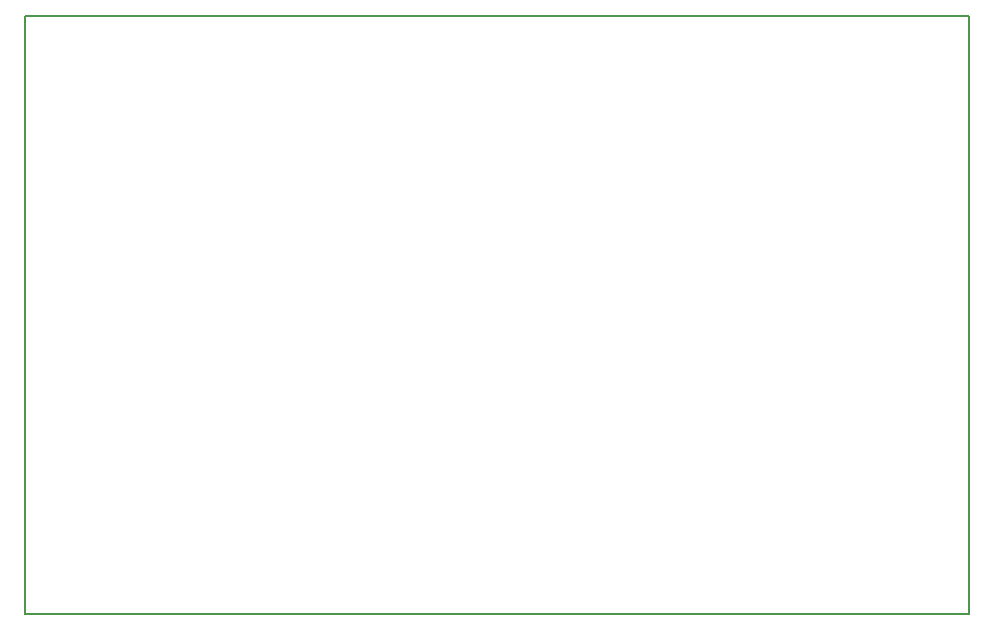
<source format=gm1>
G04 MADE WITH FRITZING*
G04 WWW.FRITZING.ORG*
G04 DOUBLE SIDED*
G04 HOLES PLATED*
G04 CONTOUR ON CENTER OF CONTOUR VECTOR*
%ASAXBY*%
%FSLAX23Y23*%
%MOIN*%
%OFA0B0*%
%SFA1.0B1.0*%
%ADD10R,3.156120X2.000000*%
%ADD11C,0.008000*%
%ADD10C,0.008*%
%LNCONTOUR*%
G90*
G70*
G54D10*
G54D11*
X4Y1996D02*
X3152Y1996D01*
X3152Y4D01*
X4Y4D01*
X4Y1996D01*
D02*
G04 End of contour*
M02*
</source>
